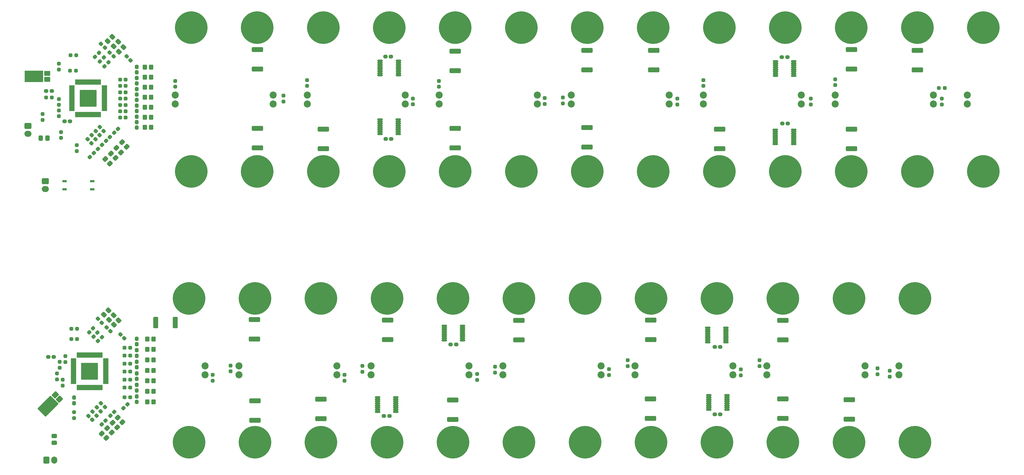
<source format=gbr>
%TF.GenerationSoftware,KiCad,Pcbnew,7.0.8*%
%TF.CreationDate,2023-11-15T21:58:06-05:00*%
%TF.ProjectId,BMS1,424d5331-2e6b-4696-9361-645f70636258,1*%
%TF.SameCoordinates,Original*%
%TF.FileFunction,Soldermask,Top*%
%TF.FilePolarity,Negative*%
%FSLAX46Y46*%
G04 Gerber Fmt 4.6, Leading zero omitted, Abs format (unit mm)*
G04 Created by KiCad (PCBNEW 7.0.8) date 2023-11-15 21:58:06*
%MOMM*%
%LPD*%
G01*
G04 APERTURE LIST*
G04 Aperture macros list*
%AMRoundRect*
0 Rectangle with rounded corners*
0 $1 Rounding radius*
0 $2 $3 $4 $5 $6 $7 $8 $9 X,Y pos of 4 corners*
0 Add a 4 corners polygon primitive as box body*
4,1,4,$2,$3,$4,$5,$6,$7,$8,$9,$2,$3,0*
0 Add four circle primitives for the rounded corners*
1,1,$1+$1,$2,$3*
1,1,$1+$1,$4,$5*
1,1,$1+$1,$6,$7*
1,1,$1+$1,$8,$9*
0 Add four rect primitives between the rounded corners*
20,1,$1+$1,$2,$3,$4,$5,0*
20,1,$1+$1,$4,$5,$6,$7,0*
20,1,$1+$1,$6,$7,$8,$9,0*
20,1,$1+$1,$8,$9,$2,$3,0*%
G04 Aperture macros list end*
%ADD10RoundRect,0.349999X1.425001X-0.450001X1.425001X0.450001X-1.425001X0.450001X-1.425001X-0.450001X0*%
%ADD11RoundRect,0.350000X0.350000X0.450000X-0.350000X0.450000X-0.350000X-0.450000X0.350000X-0.450000X0*%
%ADD12RoundRect,0.337500X-0.044194X-0.380070X0.380070X0.044194X0.044194X0.380070X-0.380070X-0.044194X0*%
%ADD13RoundRect,0.337500X0.371231X-0.035355X-0.035355X0.371231X-0.371231X0.035355X0.035355X-0.371231X0*%
%ADD14RoundRect,0.337500X0.237500X-0.300000X0.237500X0.300000X-0.237500X0.300000X-0.237500X-0.300000X0*%
%ADD15C,10.200000*%
%ADD16C,2.200000*%
%ADD17RoundRect,0.200000X0.637500X0.100000X-0.637500X0.100000X-0.637500X-0.100000X0.637500X-0.100000X0*%
%ADD18RoundRect,0.337500X0.380070X-0.044194X-0.044194X0.380070X-0.380070X0.044194X0.044194X-0.380070X0*%
%ADD19RoundRect,0.337500X-0.300000X-0.237500X0.300000X-0.237500X0.300000X0.237500X-0.300000X0.237500X0*%
%ADD20RoundRect,0.337500X0.300000X0.237500X-0.300000X0.237500X-0.300000X-0.237500X0.300000X-0.237500X0*%
%ADD21RoundRect,0.337500X-0.237500X0.250000X-0.237500X-0.250000X0.237500X-0.250000X0.237500X0.250000X0*%
%ADD22RoundRect,0.337500X0.237500X-0.250000X0.237500X0.250000X-0.237500X0.250000X-0.237500X-0.250000X0*%
%ADD23RoundRect,0.337500X-0.250000X-0.237500X0.250000X-0.237500X0.250000X0.237500X-0.250000X0.237500X0*%
%ADD24RoundRect,0.350000X0.565685X0.070711X0.070711X0.565685X-0.565685X-0.070711X-0.070711X-0.565685X0*%
%ADD25RoundRect,0.100000X2.785600X1.705400X-2.785600X1.705400X-2.785600X-1.705400X2.785600X-1.705400X0*%
%ADD26RoundRect,0.100000X0.801600X0.695000X-0.801600X0.695000X-0.801600X-0.695000X0.801600X-0.695000X0*%
%ADD27RoundRect,0.100000X0.125000X0.750000X-0.125000X0.750000X-0.125000X-0.750000X0.125000X-0.750000X0*%
%ADD28RoundRect,0.100000X0.750000X-0.125000X0.750000X0.125000X-0.750000X0.125000X-0.750000X-0.125000X0*%
%ADD29RoundRect,0.100000X2.500000X-2.500000X2.500000X2.500000X-2.500000X2.500000X-2.500000X-2.500000X0*%
%ADD30RoundRect,0.337500X0.035355X0.371231X-0.371231X-0.035355X-0.035355X-0.371231X0.371231X0.035355X0*%
%ADD31RoundRect,0.337500X-0.237500X0.300000X-0.237500X-0.300000X0.237500X-0.300000X0.237500X0.300000X0*%
%ADD32RoundRect,0.337500X0.287500X0.237500X-0.287500X0.237500X-0.287500X-0.237500X0.287500X-0.237500X0*%
%ADD33RoundRect,0.349999X-1.425001X0.450001X-1.425001X-0.450001X1.425001X-0.450001X1.425001X0.450001X0*%
%ADD34RoundRect,0.350000X-0.600000X-0.750000X0.600000X-0.750000X0.600000X0.750000X-0.600000X0.750000X0*%
%ADD35O,1.900000X2.200000*%
%ADD36RoundRect,0.200000X-0.637500X-0.100000X0.637500X-0.100000X0.637500X0.100000X-0.637500X0.100000X0*%
%ADD37RoundRect,0.337500X0.250000X0.237500X-0.250000X0.237500X-0.250000X-0.237500X0.250000X-0.237500X0*%
%ADD38RoundRect,0.100000X0.763817X3.175617X-3.175617X-0.763817X-0.763817X-3.175617X3.175617X0.763817X0*%
%ADD39RoundRect,0.100000X0.075378X1.058256X-1.058256X-0.075378X-0.075378X-1.058256X1.058256X0.075378X0*%
%ADD40RoundRect,0.350000X-0.070711X0.565685X-0.565685X0.070711X0.070711X-0.565685X0.565685X-0.070711X0*%
%ADD41RoundRect,0.350000X-0.750000X0.600000X-0.750000X-0.600000X0.750000X-0.600000X0.750000X0.600000X0*%
%ADD42O,2.200000X1.900000*%
%ADD43RoundRect,0.350000X-0.565685X-0.070711X-0.070711X-0.565685X0.565685X0.070711X0.070711X0.565685X0*%
%ADD44RoundRect,0.350000X-0.337500X-0.475000X0.337500X-0.475000X0.337500X0.475000X-0.337500X0.475000X0*%
%ADD45RoundRect,0.349999X0.450001X1.425001X-0.450001X1.425001X-0.450001X-1.425001X0.450001X-1.425001X0*%
%ADD46RoundRect,0.100000X0.609600X0.279400X-0.609600X0.279400X-0.609600X-0.279400X0.609600X-0.279400X0*%
%ADD47RoundRect,0.350000X-0.475000X0.337500X-0.475000X-0.337500X0.475000X-0.337500X0.475000X0.337500X0*%
G04 APERTURE END LIST*
D10*
%TO.C,R31*%
X228346000Y-155704000D03*
X228346000Y-149604000D03*
%TD*%
D11*
%TO.C,R24*%
X73292000Y-147265500D03*
X71292000Y-147265500D03*
%TD*%
D12*
%TO.C,C28*%
X55917598Y-71468696D03*
X57137358Y-70248936D03*
%TD*%
D13*
%TO.C,L23*%
X53888718Y-69672718D03*
X52651282Y-68435282D03*
%TD*%
D14*
%TO.C,C20*%
X68052000Y-143358500D03*
X68052000Y-141633500D03*
%TD*%
D15*
%TO.C,B3*%
X125528000Y-118216000D03*
X125528000Y-163216000D03*
D16*
X130528000Y-142116000D03*
X130528000Y-139316000D03*
%TD*%
D17*
%TO.C,U5*%
X252270500Y-153026000D03*
X252270500Y-152376000D03*
X252270500Y-151726000D03*
X252270500Y-151076000D03*
X252270500Y-150426000D03*
X252270500Y-149776000D03*
X252270500Y-149126000D03*
X252270500Y-148476000D03*
X246545500Y-148476000D03*
X246545500Y-149126000D03*
X246545500Y-149776000D03*
X246545500Y-150426000D03*
X246545500Y-151076000D03*
X246545500Y-151726000D03*
X246545500Y-152376000D03*
X246545500Y-153026000D03*
%TD*%
D13*
%TO.C,L24*%
X55158719Y-68402717D03*
X53921283Y-67165281D03*
%TD*%
D15*
%TO.C,B2*%
X104908000Y-163216000D03*
X104908000Y-118216000D03*
D16*
X99908000Y-139316000D03*
X99908000Y-142116000D03*
%TD*%
D12*
%TO.C,C30*%
X60964105Y-66422189D03*
X62183865Y-65202429D03*
%TD*%
D18*
%TO.C,C38*%
X60788100Y-42536100D03*
X59568340Y-41316340D03*
%TD*%
D19*
%TO.C,C1*%
X248405895Y-133378815D03*
X250130895Y-133378815D03*
%TD*%
D20*
%TO.C,C8*%
X271219000Y-63500000D03*
X269494000Y-63500000D03*
%TD*%
%TO.C,C2*%
X271118499Y-42775500D03*
X269393499Y-42775500D03*
%TD*%
D15*
%TO.C,B4*%
X146128000Y-163216000D03*
X146128000Y-118216000D03*
D16*
X141128000Y-139316000D03*
X141128000Y-142116000D03*
%TD*%
D21*
%TO.C,R45*%
X179832000Y-139549500D03*
X179832000Y-141374500D03*
%TD*%
D15*
%TO.C,B16*%
X270444000Y-33532500D03*
X270444000Y-78532500D03*
D16*
X275444000Y-57432500D03*
X275444000Y-54632500D03*
%TD*%
D22*
%TO.C,R51*%
X303022000Y-142644500D03*
X303022000Y-140819500D03*
%TD*%
D15*
%TO.C,B15*%
X291044000Y-78532500D03*
X291044000Y-33532500D03*
D16*
X286044000Y-54632500D03*
X286044000Y-57432500D03*
%TD*%
D23*
%TO.C,R4*%
X47578000Y-130937000D03*
X49403000Y-130937000D03*
%TD*%
D24*
%TO.C,R17*%
X61894427Y-158525988D03*
X60480213Y-157111774D03*
%TD*%
D25*
%TO.C,Q2*%
X35958000Y-48768000D03*
D26*
X40041599Y-49688001D03*
X40041599Y-47847999D03*
%TD*%
D21*
%TO.C,R44*%
X174244000Y-141835500D03*
X174244000Y-143660500D03*
%TD*%
D15*
%TO.C,B19*%
X208644000Y-78532500D03*
X208644000Y-33532500D03*
D16*
X203644000Y-54632500D03*
X203644000Y-57432500D03*
%TD*%
D15*
%TO.C,B13*%
X332244000Y-78532500D03*
X332244000Y-33532500D03*
D16*
X327244000Y-54632500D03*
X327244000Y-57432500D03*
%TD*%
D22*
%TO.C,R5*%
X43160000Y-143512000D03*
X43160000Y-141687000D03*
%TD*%
D14*
%TO.C,C34*%
X68002000Y-54460149D03*
X68002000Y-52735149D03*
%TD*%
D22*
%TO.C,R84*%
X278384000Y-57554500D03*
X278384000Y-55729500D03*
%TD*%
D18*
%TO.C,C39*%
X58096000Y-39844000D03*
X56876240Y-38624240D03*
%TD*%
D27*
%TO.C,U10*%
X49082000Y-60701000D03*
X49582000Y-60701000D03*
X50082000Y-60701000D03*
X50582000Y-60701000D03*
X51082000Y-60701000D03*
X51582000Y-60701000D03*
X52082000Y-60701000D03*
X52582000Y-60701000D03*
X53082000Y-60701000D03*
X53582000Y-60701000D03*
X54082000Y-60701000D03*
X54582000Y-60701000D03*
X55082000Y-60701000D03*
X55582000Y-60701000D03*
X56082000Y-60701000D03*
X56582000Y-60701000D03*
D28*
X57907000Y-59376000D03*
X57907000Y-58876000D03*
X57907000Y-58376000D03*
X57907000Y-57876000D03*
X57907000Y-57376000D03*
X57907000Y-56876000D03*
X57907000Y-56376000D03*
X57907000Y-55876000D03*
X57907000Y-55376000D03*
X57907000Y-54876000D03*
X57907000Y-54376000D03*
X57907000Y-53876000D03*
X57907000Y-53376000D03*
X57907000Y-52876000D03*
X57907000Y-52376000D03*
X57907000Y-51876000D03*
D27*
X56582000Y-50551000D03*
X56082000Y-50551000D03*
X55582000Y-50551000D03*
X55082000Y-50551000D03*
X54582000Y-50551000D03*
X54082000Y-50551000D03*
X53582000Y-50551000D03*
X53082000Y-50551000D03*
X52582000Y-50551000D03*
X52082000Y-50551000D03*
X51582000Y-50551000D03*
X51082000Y-50551000D03*
X50582000Y-50551000D03*
X50082000Y-50551000D03*
X49582000Y-50551000D03*
X49082000Y-50551000D03*
D28*
X47757000Y-51876000D03*
X47757000Y-52376000D03*
X47757000Y-52876000D03*
X47757000Y-53376000D03*
X47757000Y-53876000D03*
X47757000Y-54376000D03*
X47757000Y-54876000D03*
X47757000Y-55376000D03*
X47757000Y-55876000D03*
X47757000Y-56376000D03*
X47757000Y-56876000D03*
X47757000Y-57376000D03*
X47757000Y-57876000D03*
X47757000Y-58376000D03*
X47757000Y-58876000D03*
X47757000Y-59376000D03*
D29*
X52832000Y-55626000D03*
%TD*%
D22*
%TO.C,R85*%
X244856000Y-51759500D03*
X244856000Y-49934500D03*
%TD*%
D15*
%TO.C,B20*%
X188044000Y-33532500D03*
X188044000Y-78532500D03*
D16*
X193044000Y-57432500D03*
X193044000Y-54632500D03*
%TD*%
D30*
%TO.C,L18*%
X57730038Y-42902601D03*
X56492602Y-44140037D03*
%TD*%
D21*
%TO.C,R40*%
X91694000Y-142089500D03*
X91694000Y-143914500D03*
%TD*%
D19*
%TO.C,C3*%
X166015500Y-132587999D03*
X167740500Y-132587999D03*
%TD*%
D31*
%TO.C,C32*%
X68002000Y-59643949D03*
X68002000Y-61368949D03*
%TD*%
D32*
%TO.C,L28*%
X64559001Y-57729800D03*
X62809001Y-57729800D03*
%TD*%
D10*
%TO.C,R67*%
X291084000Y-71376000D03*
X291084000Y-65276000D03*
%TD*%
D24*
%TO.C,R58*%
X59632707Y-76043507D03*
X58218493Y-74629293D03*
%TD*%
D33*
%TO.C,R72*%
X311658000Y-40636000D03*
X311658000Y-46736000D03*
%TD*%
D30*
%TO.C,L15*%
X57157318Y-130301782D03*
X55919882Y-131539218D03*
%TD*%
D11*
%TO.C,R65*%
X72542000Y-55338000D03*
X70542000Y-55338000D03*
%TD*%
D34*
%TO.C,J3*%
X39791000Y-168783000D03*
D35*
X42291000Y-168783000D03*
%TD*%
D13*
%TO.C,L7*%
X54154718Y-156168718D03*
X52917282Y-154931282D03*
%TD*%
D36*
%TO.C,U4*%
X143980315Y-43920475D03*
X143980315Y-44570475D03*
X143980315Y-45220475D03*
X143980315Y-45870475D03*
X143980315Y-46520475D03*
X143980315Y-47170475D03*
X143980315Y-47820475D03*
X143980315Y-48470475D03*
X149705315Y-48470475D03*
X149705315Y-47820475D03*
X149705315Y-47170475D03*
X149705315Y-46520475D03*
X149705315Y-45870475D03*
X149705315Y-45220475D03*
X149705315Y-44570475D03*
X149705315Y-43920475D03*
%TD*%
D14*
%TO.C,C21*%
X68052000Y-139755240D03*
X68052000Y-138030240D03*
%TD*%
D15*
%TO.C,B18*%
X229244000Y-33532500D03*
X229244000Y-78532500D03*
D16*
X234244000Y-57432500D03*
X234244000Y-54632500D03*
%TD*%
D17*
%TO.C,U6*%
X169740500Y-131307000D03*
X169740500Y-130657000D03*
X169740500Y-130007000D03*
X169740500Y-129357000D03*
X169740500Y-128707000D03*
X169740500Y-128057000D03*
X169740500Y-127407000D03*
X169740500Y-126757000D03*
X164015500Y-126757000D03*
X164015500Y-127407000D03*
X164015500Y-128057000D03*
X164015500Y-128707000D03*
X164015500Y-129357000D03*
X164015500Y-130007000D03*
X164015500Y-130657000D03*
X164015500Y-131307000D03*
%TD*%
D37*
%TO.C,R81*%
X320214000Y-52451000D03*
X318389000Y-52451000D03*
%TD*%
D14*
%TO.C,C35*%
X68002000Y-51005749D03*
X68002000Y-49280749D03*
%TD*%
D22*
%TO.C,R88*%
X195326000Y-57404000D03*
X195326000Y-55579000D03*
%TD*%
D38*
%TO.C,Q1*%
X40351798Y-151926202D03*
D39*
X43889877Y-149689201D03*
X42588799Y-148388123D03*
%TD*%
D22*
%TO.C,R47*%
X221234000Y-139342500D03*
X221234000Y-137517500D03*
%TD*%
D36*
%TO.C,U3*%
X267393500Y-44056500D03*
X267393500Y-44706500D03*
X267393500Y-45356500D03*
X267393500Y-46006500D03*
X267393500Y-46656500D03*
X267393500Y-47306500D03*
X267393500Y-47956500D03*
X267393500Y-48606500D03*
X273118500Y-48606500D03*
X273118500Y-47956500D03*
X273118500Y-47306500D03*
X273118500Y-46656500D03*
X273118500Y-46006500D03*
X273118500Y-45356500D03*
X273118500Y-44706500D03*
X273118500Y-44056500D03*
%TD*%
D11*
%TO.C,R22*%
X73292000Y-130896800D03*
X71292000Y-130896800D03*
%TD*%
D24*
%TO.C,R20*%
X60237327Y-160168887D03*
X58823113Y-158754673D03*
%TD*%
D22*
%TO.C,R1*%
X44938000Y-145440500D03*
X44938000Y-143615500D03*
%TD*%
%TO.C,R89*%
X162306000Y-52013500D03*
X162306000Y-50188500D03*
%TD*%
D15*
%TO.C,B6*%
X187328000Y-163216000D03*
X187328000Y-118216000D03*
D16*
X182328000Y-139316000D03*
X182328000Y-142116000D03*
%TD*%
D15*
%TO.C,B17*%
X249844000Y-78532500D03*
X249844000Y-33532500D03*
D16*
X244844000Y-54632500D03*
X244844000Y-57432500D03*
%TD*%
D11*
%TO.C,R61*%
X72542000Y-45953149D03*
X70542000Y-45953149D03*
%TD*%
D14*
%TO.C,C23*%
X68052000Y-132548720D03*
X68052000Y-130823720D03*
%TD*%
D32*
%TO.C,L29*%
X64559000Y-53771700D03*
X62809000Y-53771700D03*
%TD*%
D22*
%TO.C,R50*%
X299212000Y-141882500D03*
X299212000Y-140057500D03*
%TD*%
D14*
%TO.C,C22*%
X68052000Y-136151980D03*
X68052000Y-134426980D03*
%TD*%
D22*
%TO.C,R48*%
X256540000Y-142240000D03*
X256540000Y-140415000D03*
%TD*%
D15*
%TO.C,B21*%
X167444000Y-78532500D03*
X167444000Y-33532500D03*
D16*
X162444000Y-54632500D03*
X162444000Y-57432500D03*
%TD*%
D33*
%TO.C,R30*%
X104775000Y-124839000D03*
X104775000Y-130939000D03*
%TD*%
D15*
%TO.C,B14*%
X311644000Y-33532500D03*
X311644000Y-78532500D03*
D16*
X316644000Y-57432500D03*
X316644000Y-54632500D03*
%TD*%
D40*
%TO.C,R53*%
X62215827Y-37948713D03*
X60801613Y-39362927D03*
%TD*%
D22*
%TO.C,R90*%
X154178000Y-57531000D03*
X154178000Y-55706000D03*
%TD*%
D20*
%TO.C,C14*%
X47217500Y-62865000D03*
X45492500Y-62865000D03*
%TD*%
D41*
%TO.C,J2*%
X34053000Y-64282000D03*
D42*
X34053000Y-66782000D03*
%TD*%
D22*
%TO.C,R91*%
X121158000Y-51759500D03*
X121158000Y-49934500D03*
%TD*%
D15*
%TO.C,B9*%
X249128000Y-118216000D03*
X249128000Y-163216000D03*
D16*
X254128000Y-142116000D03*
X254128000Y-139316000D03*
%TD*%
D36*
%TO.C,U8*%
X267325000Y-65428500D03*
X267325000Y-66078500D03*
X267325000Y-66728500D03*
X267325000Y-67378500D03*
X267325000Y-68028500D03*
X267325000Y-68678500D03*
X267325000Y-69328500D03*
X267325000Y-69978500D03*
X273050000Y-69978500D03*
X273050000Y-69328500D03*
X273050000Y-68678500D03*
X273050000Y-68028500D03*
X273050000Y-67378500D03*
X273050000Y-66728500D03*
X273050000Y-66078500D03*
X273050000Y-65428500D03*
%TD*%
D10*
%TO.C,R69*%
X105664000Y-71122000D03*
X105664000Y-65022000D03*
%TD*%
D15*
%TO.C,B24*%
X105644000Y-33532500D03*
X105644000Y-78532500D03*
D16*
X110644000Y-57432500D03*
X110644000Y-54632500D03*
%TD*%
D33*
%TO.C,R75*%
X105664000Y-40384000D03*
X105664000Y-46484000D03*
%TD*%
D23*
%TO.C,R8*%
X47324000Y-42164000D03*
X49149000Y-42164000D03*
%TD*%
D10*
%TO.C,R77*%
X126238000Y-71376000D03*
X126238000Y-65276000D03*
%TD*%
D15*
%TO.C,B8*%
X228528000Y-163216000D03*
X228528000Y-118216000D03*
D16*
X223528000Y-139316000D03*
X223528000Y-142116000D03*
%TD*%
D11*
%TO.C,R52*%
X72542000Y-49081434D03*
X70542000Y-49081434D03*
%TD*%
D24*
%TO.C,R59*%
X61376907Y-74299307D03*
X59962693Y-72885093D03*
%TD*%
D23*
%TO.C,R9*%
X47197000Y-46990000D03*
X49022000Y-46990000D03*
%TD*%
D30*
%TO.C,L27*%
X59214938Y-44387502D03*
X57977502Y-45624938D03*
%TD*%
D11*
%TO.C,R23*%
X73292000Y-150539200D03*
X71292000Y-150539200D03*
%TD*%
D43*
%TO.C,R13*%
X57116013Y-160447573D03*
X58530227Y-161861787D03*
%TD*%
D19*
%TO.C,C12*%
X39777500Y-53340000D03*
X41502500Y-53340000D03*
%TD*%
D12*
%TO.C,C27*%
X53394345Y-73991949D03*
X54614105Y-72772189D03*
%TD*%
D22*
%TO.C,R79*%
X49276000Y-72136000D03*
X49276000Y-70311000D03*
%TD*%
D11*
%TO.C,R64*%
X72542000Y-58466283D03*
X70542000Y-58466283D03*
%TD*%
D33*
%TO.C,R74*%
X229362000Y-40638000D03*
X229362000Y-46738000D03*
%TD*%
D21*
%TO.C,R43*%
X138430000Y-139295500D03*
X138430000Y-141120500D03*
%TD*%
D20*
%TO.C,C4*%
X147350815Y-42639474D03*
X145625815Y-42639474D03*
%TD*%
D11*
%TO.C,R62*%
X72542000Y-64722849D03*
X70542000Y-64722849D03*
%TD*%
D18*
%TO.C,C24*%
X64151880Y-130659880D03*
X62932120Y-129440120D03*
%TD*%
D21*
%TO.C,R87*%
X201041000Y-55428500D03*
X201041000Y-57253500D03*
%TD*%
D33*
%TO.C,R78*%
X208534000Y-40638000D03*
X208534000Y-46738000D03*
%TD*%
D10*
%TO.C,R37*%
X269728000Y-155704000D03*
X269728000Y-149604000D03*
%TD*%
D15*
%TO.C,B10*%
X269728000Y-163216000D03*
X269728000Y-118216000D03*
D16*
X264728000Y-139316000D03*
X264728000Y-142116000D03*
%TD*%
D13*
%TO.C,L8*%
X56794718Y-153528718D03*
X55557282Y-152291282D03*
%TD*%
D12*
%TO.C,C15*%
X57090120Y-157583880D03*
X58309880Y-156364120D03*
%TD*%
D19*
%TO.C,C6*%
X145722000Y-68326000D03*
X147447000Y-68326000D03*
%TD*%
D12*
%TO.C,C29*%
X58440851Y-68945443D03*
X59660611Y-67725683D03*
%TD*%
D15*
%TO.C,B12*%
X310928000Y-163216000D03*
X310928000Y-118216000D03*
D16*
X305928000Y-139316000D03*
X305928000Y-142116000D03*
%TD*%
D22*
%TO.C,R11*%
X43688000Y-57705000D03*
X43688000Y-55880000D03*
%TD*%
D15*
%TO.C,B25*%
X85044000Y-78532500D03*
X85044000Y-33532500D03*
D16*
X80044000Y-54632500D03*
X80044000Y-57432500D03*
%TD*%
D33*
%TO.C,R70*%
X291084000Y-40382000D03*
X291084000Y-46482000D03*
%TD*%
D17*
%TO.C,U2*%
X148892500Y-153661000D03*
X148892500Y-153011000D03*
X148892500Y-152361000D03*
X148892500Y-151711000D03*
X148892500Y-151061000D03*
X148892500Y-150411000D03*
X148892500Y-149761000D03*
X148892500Y-149111000D03*
X143167500Y-149111000D03*
X143167500Y-149761000D03*
X143167500Y-150411000D03*
X143167500Y-151061000D03*
X143167500Y-151711000D03*
X143167500Y-152361000D03*
X143167500Y-153011000D03*
X143167500Y-153661000D03*
%TD*%
D32*
%TO.C,L16*%
X65941000Y-133606000D03*
X64191000Y-133606000D03*
%TD*%
D15*
%TO.C,B11*%
X290328000Y-118216000D03*
X290328000Y-163216000D03*
D16*
X295328000Y-142116000D03*
X295328000Y-139316000D03*
%TD*%
D23*
%TO.C,R10*%
X39727500Y-55371998D03*
X41552500Y-55371998D03*
%TD*%
D33*
%TO.C,R68*%
X167386000Y-40892000D03*
X167386000Y-46992000D03*
%TD*%
D44*
%TO.C,C10*%
X38057000Y-68072000D03*
X40132000Y-68072000D03*
%TD*%
D15*
%TO.C,B22*%
X146844000Y-33532500D03*
X146844000Y-78532500D03*
D16*
X151844000Y-57432500D03*
X151844000Y-54632500D03*
%TD*%
D22*
%TO.C,R86*%
X236728000Y-57554500D03*
X236728000Y-55729500D03*
%TD*%
D32*
%TO.C,L9*%
X65941000Y-146094330D03*
X64191000Y-146094330D03*
%TD*%
D21*
%TO.C,R80*%
X38608000Y-60555500D03*
X38608000Y-62380500D03*
%TD*%
D11*
%TO.C,R15*%
X73292000Y-134170500D03*
X71292000Y-134170500D03*
%TD*%
D45*
%TO.C,R32*%
X80012000Y-125730000D03*
X73912000Y-125730000D03*
%TD*%
D46*
%TO.C,T1*%
X54102000Y-84074000D03*
X54102000Y-81534000D03*
X45466000Y-81534000D03*
X45466000Y-84074000D03*
%TD*%
D24*
%TO.C,R56*%
X64865307Y-70810907D03*
X63451093Y-69396693D03*
%TD*%
D33*
%TO.C,R28*%
X228473000Y-124966000D03*
X228473000Y-131066000D03*
%TD*%
D40*
%TO.C,R16*%
X60779600Y-123477700D03*
X59365386Y-124891914D03*
%TD*%
D12*
%TO.C,C16*%
X59784220Y-154889780D03*
X61003980Y-153670020D03*
%TD*%
D11*
%TO.C,R26*%
X73292000Y-140718000D03*
X71292000Y-140718000D03*
%TD*%
D32*
%TO.C,L31*%
X64559000Y-55750800D03*
X62809000Y-55750800D03*
%TD*%
D15*
%TO.C,B1*%
X84328000Y-118216000D03*
X84328000Y-163216000D03*
D16*
X89328000Y-142116000D03*
X89328000Y-139316000D03*
%TD*%
D14*
%TO.C,C36*%
X68002000Y-47551349D03*
X68002000Y-45826349D03*
%TD*%
D21*
%TO.C,R42*%
X132842000Y-142089500D03*
X132842000Y-143914500D03*
%TD*%
D23*
%TO.C,R3*%
X47570684Y-127740210D03*
X49395684Y-127740210D03*
%TD*%
D10*
%TO.C,R76*%
X208536000Y-70868000D03*
X208536000Y-64768000D03*
%TD*%
D24*
%TO.C,R18*%
X63544427Y-156875988D03*
X62130213Y-155461774D03*
%TD*%
D40*
%TO.C,R19*%
X62335200Y-125033300D03*
X60920986Y-126447514D03*
%TD*%
D33*
%TO.C,R34*%
X146304000Y-124966000D03*
X146304000Y-131066000D03*
%TD*%
D15*
%TO.C,B5*%
X166728000Y-118216000D03*
X166728000Y-163216000D03*
D16*
X171728000Y-142116000D03*
X171728000Y-139316000D03*
%TD*%
D11*
%TO.C,R63*%
X72542000Y-61594566D03*
X70542000Y-61594566D03*
%TD*%
D21*
%TO.C,R41*%
X97282000Y-139192000D03*
X97282000Y-141017000D03*
%TD*%
D32*
%TO.C,L21*%
X64559001Y-61688000D03*
X62809001Y-61688000D03*
%TD*%
D30*
%TO.C,L1*%
X55778718Y-128923282D03*
X54541282Y-130160718D03*
%TD*%
D21*
%TO.C,R12*%
X43688000Y-44807500D03*
X43688000Y-46632500D03*
%TD*%
D40*
%TO.C,R66*%
X60377327Y-36393114D03*
X58963113Y-37807328D03*
%TD*%
D17*
%TO.C,U1*%
X251935394Y-131899815D03*
X251935394Y-131249815D03*
X251935394Y-130599815D03*
X251935394Y-129949815D03*
X251935394Y-129299815D03*
X251935394Y-128649815D03*
X251935394Y-127999815D03*
X251935394Y-127349815D03*
X246210394Y-127349815D03*
X246210394Y-127999815D03*
X246210394Y-128649815D03*
X246210394Y-129299815D03*
X246210394Y-129949815D03*
X246210394Y-130599815D03*
X246210394Y-131249815D03*
X246210394Y-131899815D03*
%TD*%
D22*
%TO.C,R92*%
X113792000Y-56665500D03*
X113792000Y-54840500D03*
%TD*%
D18*
%TO.C,C26*%
X57102587Y-125798373D03*
X55882827Y-124578613D03*
%TD*%
D32*
%TO.C,L14*%
X65941000Y-136103666D03*
X64191000Y-136103666D03*
%TD*%
%TO.C,L13*%
X65941000Y-138601332D03*
X64191000Y-138601332D03*
%TD*%
D22*
%TO.C,R93*%
X80010000Y-52013500D03*
X80010000Y-50188500D03*
%TD*%
D33*
%TO.C,R35*%
X269728000Y-125093000D03*
X269728000Y-131193000D03*
%TD*%
D32*
%TO.C,L26*%
X64559001Y-59708900D03*
X62809001Y-59708900D03*
%TD*%
D41*
%TO.C,J1*%
X39442000Y-81554000D03*
D42*
X39442000Y-84054000D03*
%TD*%
D13*
%TO.C,L20*%
X57698718Y-65862718D03*
X56461282Y-64625282D03*
%TD*%
D19*
%TO.C,C11*%
X40412500Y-136525000D03*
X42137500Y-136525000D03*
%TD*%
D15*
%TO.C,B23*%
X126244000Y-78532500D03*
X126244000Y-33532500D03*
D16*
X121244000Y-54632500D03*
X121244000Y-57432500D03*
%TD*%
D14*
%TO.C,C13*%
X48429000Y-150952000D03*
X48429000Y-149227000D03*
%TD*%
%TO.C,C19*%
X68052000Y-146961760D03*
X68052000Y-145236760D03*
%TD*%
D30*
%TO.C,L17*%
X56245139Y-41417702D03*
X55007703Y-42655138D03*
%TD*%
D11*
%TO.C,R21*%
X73292000Y-137444300D03*
X71292000Y-137444300D03*
%TD*%
D22*
%TO.C,R82*%
X319278000Y-57554500D03*
X319278000Y-55729500D03*
%TD*%
D13*
%TO.C,L3*%
X55474718Y-154848718D03*
X54237282Y-153611282D03*
%TD*%
D10*
%TO.C,R27*%
X104902000Y-156339000D03*
X104902000Y-150239000D03*
%TD*%
D13*
%TO.C,L25*%
X56428718Y-67132718D03*
X55191282Y-65895282D03*
%TD*%
D14*
%TO.C,C33*%
X68002000Y-57914549D03*
X68002000Y-56189549D03*
%TD*%
D10*
%TO.C,R71*%
X167386000Y-71122000D03*
X167386000Y-65022000D03*
%TD*%
D22*
%TO.C,R49*%
X262382000Y-139342500D03*
X262382000Y-137517500D03*
%TD*%
D18*
%TO.C,C37*%
X66071879Y-43755880D03*
X64852119Y-42536120D03*
%TD*%
D33*
%TO.C,R38*%
X187325000Y-125093000D03*
X187325000Y-131193000D03*
%TD*%
D32*
%TO.C,L32*%
X64559000Y-51792600D03*
X62809000Y-51792600D03*
%TD*%
D10*
%TO.C,R33*%
X125476000Y-155831000D03*
X125476000Y-149731000D03*
%TD*%
D12*
%TO.C,C17*%
X63906120Y-152503880D03*
X65125880Y-151284120D03*
%TD*%
D40*
%TO.C,R57*%
X63877527Y-39681113D03*
X62463313Y-41095327D03*
%TD*%
D32*
%TO.C,L12*%
X65941000Y-141098998D03*
X64191000Y-141098998D03*
%TD*%
D21*
%TO.C,R54*%
X44380000Y-66213000D03*
X44380000Y-68038000D03*
%TD*%
D11*
%TO.C,R25*%
X73292000Y-143991700D03*
X71292000Y-143991700D03*
%TD*%
D47*
%TO.C,C9*%
X42291000Y-161247000D03*
X42291000Y-163322000D03*
%TD*%
D40*
%TO.C,R14*%
X59224000Y-121922000D03*
X57809786Y-123336214D03*
%TD*%
D14*
%TO.C,C31*%
X68002000Y-64823349D03*
X68002000Y-63098349D03*
%TD*%
D32*
%TO.C,L30*%
X64559000Y-49813500D03*
X62809000Y-49813500D03*
%TD*%
%TO.C,L4*%
X65941000Y-149098000D03*
X64191000Y-149098000D03*
%TD*%
D22*
%TO.C,R6*%
X43688000Y-61261000D03*
X43688000Y-59436000D03*
%TD*%
D19*
%TO.C,C7*%
X248445000Y-154434000D03*
X250170000Y-154434000D03*
%TD*%
D21*
%TO.C,R7*%
X43942000Y-138027500D03*
X43942000Y-139852500D03*
%TD*%
D22*
%TO.C,R83*%
X286004000Y-51505500D03*
X286004000Y-49680500D03*
%TD*%
D15*
%TO.C,B7*%
X207928000Y-118216000D03*
X207928000Y-163216000D03*
D16*
X212928000Y-142116000D03*
X212928000Y-139316000D03*
%TD*%
D14*
%TO.C,C18*%
X68052000Y-150565020D03*
X68052000Y-148840020D03*
%TD*%
D22*
%TO.C,R46*%
X215392000Y-142136500D03*
X215392000Y-140311500D03*
%TD*%
D10*
%TO.C,R36*%
X166624000Y-156085000D03*
X166624000Y-149985000D03*
%TD*%
D24*
%TO.C,R55*%
X63121107Y-72555107D03*
X61706893Y-71140893D03*
%TD*%
D10*
%TO.C,R73*%
X249936000Y-71378000D03*
X249936000Y-65278000D03*
%TD*%
D36*
%TO.C,U7*%
X143949500Y-62241000D03*
X143949500Y-62891000D03*
X143949500Y-63541000D03*
X143949500Y-64191000D03*
X143949500Y-64841000D03*
X143949500Y-65491000D03*
X143949500Y-66141000D03*
X143949500Y-66791000D03*
X149674500Y-66791000D03*
X149674500Y-66141000D03*
X149674500Y-65491000D03*
X149674500Y-64841000D03*
X149674500Y-64191000D03*
X149674500Y-63541000D03*
X149674500Y-62891000D03*
X149674500Y-62241000D03*
%TD*%
D10*
%TO.C,R29*%
X290449000Y-155958000D03*
X290449000Y-149858000D03*
%TD*%
D18*
%TO.C,C25*%
X59796587Y-128492473D03*
X58576827Y-127272713D03*
%TD*%
D21*
%TO.C,R2*%
X45720000Y-136249500D03*
X45720000Y-138074500D03*
%TD*%
D13*
%TO.C,L11*%
X58114718Y-152208718D03*
X56877282Y-150971282D03*
%TD*%
D11*
%TO.C,R60*%
X72542000Y-52209717D03*
X70542000Y-52209717D03*
%TD*%
D27*
%TO.C,U9*%
X49570000Y-146047000D03*
X50070000Y-146047000D03*
X50570000Y-146047000D03*
X51070000Y-146047000D03*
X51570000Y-146047000D03*
X52070000Y-146047000D03*
X52570000Y-146047000D03*
X53070000Y-146047000D03*
X53570000Y-146047000D03*
X54070000Y-146047000D03*
X54570000Y-146047000D03*
X55070000Y-146047000D03*
X55570000Y-146047000D03*
X56070000Y-146047000D03*
X56570000Y-146047000D03*
X57070000Y-146047000D03*
D28*
X58395000Y-144722000D03*
X58395000Y-144222000D03*
X58395000Y-143722000D03*
X58395000Y-143222000D03*
X58395000Y-142722000D03*
X58395000Y-142222000D03*
X58395000Y-141722000D03*
X58395000Y-141222000D03*
X58395000Y-140722000D03*
X58395000Y-140222000D03*
X58395000Y-139722000D03*
X58395000Y-139222000D03*
X58395000Y-138722000D03*
X58395000Y-138222000D03*
X58395000Y-137722000D03*
X58395000Y-137222000D03*
D27*
X57070000Y-135897000D03*
X56570000Y-135897000D03*
X56070000Y-135897000D03*
X55570000Y-135897000D03*
X55070000Y-135897000D03*
X54570000Y-135897000D03*
X54070000Y-135897000D03*
X53570000Y-135897000D03*
X53070000Y-135897000D03*
X52570000Y-135897000D03*
X52070000Y-135897000D03*
X51570000Y-135897000D03*
X51070000Y-135897000D03*
X50570000Y-135897000D03*
X50070000Y-135897000D03*
X49570000Y-135897000D03*
D28*
X48245000Y-137222000D03*
X48245000Y-137722000D03*
X48245000Y-138222000D03*
X48245000Y-138722000D03*
X48245000Y-139222000D03*
X48245000Y-139722000D03*
X48245000Y-140222000D03*
X48245000Y-140722000D03*
X48245000Y-141222000D03*
X48245000Y-141722000D03*
X48245000Y-142222000D03*
X48245000Y-142722000D03*
X48245000Y-143222000D03*
X48245000Y-143722000D03*
X48245000Y-144222000D03*
X48245000Y-144722000D03*
D29*
X53320000Y-140972000D03*
%TD*%
D32*
%TO.C,L10*%
X65941000Y-143596664D03*
X64191000Y-143596664D03*
%TD*%
D21*
%TO.C,R39*%
X48494000Y-153775500D03*
X48494000Y-155600500D03*
%TD*%
D19*
%TO.C,C5*%
X145167500Y-154942000D03*
X146892500Y-154942000D03*
%TD*%
D30*
%TO.C,L2*%
X54400218Y-127544682D03*
X53162782Y-128782118D03*
%TD*%
M02*

</source>
